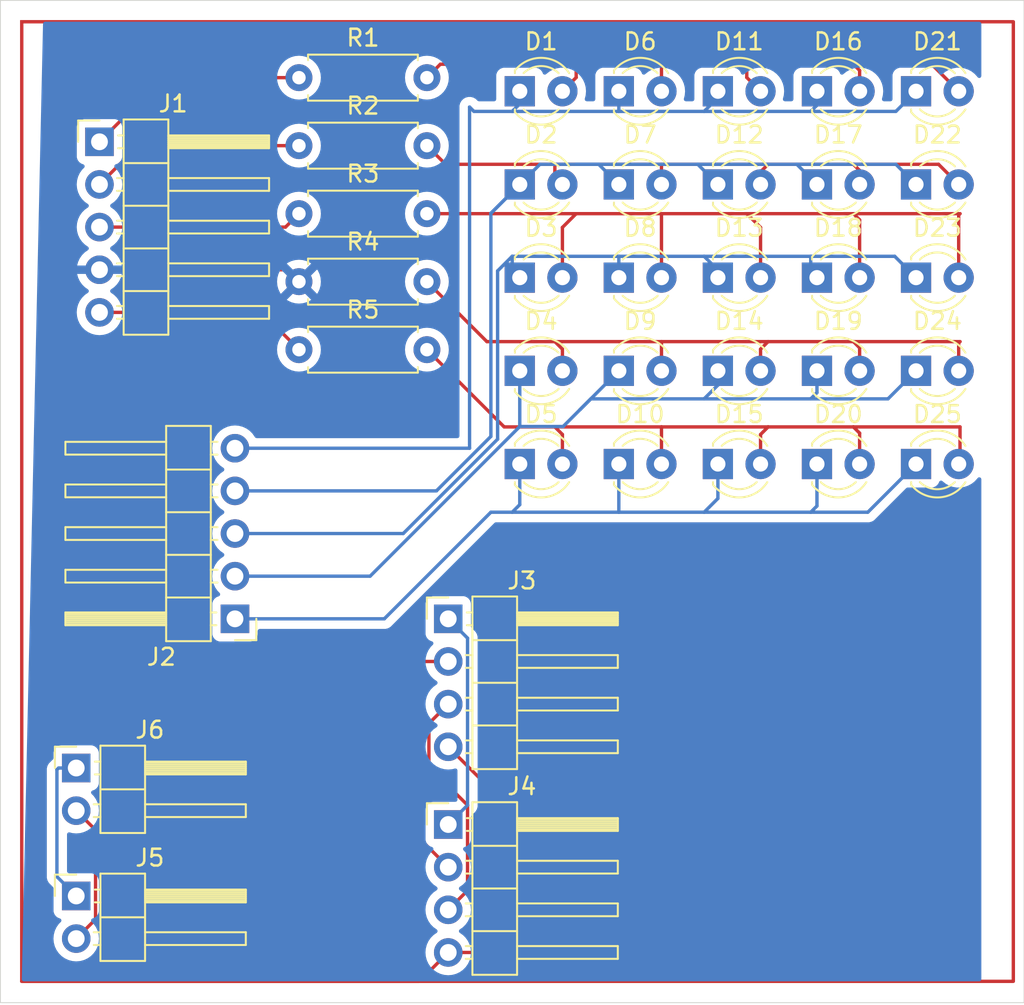
<source format=kicad_pcb>
(kicad_pcb (version 20240108) (generator "pcbnew") (generator_version "8.0")
  (layers (0 "F.Cu" signal) (31 "B.Cu" signal) (34 "B.Paste" user) (35 "F.Paste" user) (36 "B.SilkS" user "B.Silkscreen") (37 "F.SilkS" user "F.Silkscreen") (38 "B.Mask" user) (39 "F.Mask" user) (44 "Edge.Cuts" user))
  (net 0 "")
  (net 1 "Net-(D1-K)")
  (net 2 "Net-(D1-A)")
  (net 3 "Net-(D12-K)")
  (net 4 "Net-(D12-A)")
  (net 5 "Net-(D13-K)")
  (net 6 "Net-(D13-A)")
  (net 7 "Net-(D14-A)")
  (net 8 "Net-(D14-K)")
  (net 9 "Net-(D10-A)")
  (net 10 "Net-(D10-K)")
  (net 11 "Net-(J1-Pin_1)")
  (net 12 "Net-(J1-Pin_4)")
  (net 13 "Net-(J1-Pin_2)")
  (net 14 "Net-(J1-Pin_3)")
  (net 15 "Net-(J1-Pin_5)")
  (net 16 "Net-(J3-Pin_1)")
  (net 17 "Net-(J3-Pin_2)")
  (net 18 "Net-(J3-Pin_3)")
  (net 19 "Net-(J3-Pin_4)")
  (net 20 "Net-(J5-Pin_1)")
  (net 21 "Net-(J5-Pin_2)")
  (footprint "LED_THT:LED_D3.0mm_IRBlack" (layer "F.Cu") (at 51.25 104.47)
    (property "Reference" "D1" (at 1.27 -2.96 0) (layer "F.SilkS"))
    (property "Value" "IR204A")
    (pad "1" thru_hole rect (at 0 0) (size 1.8 1.8) (drill 0.9) (layers "*.Cu" "*.Mask") (net 1 "Net-(D1-K)"))
    (pad "2" thru_hole circle (at 2.54 0) (size 1.8 1.8) (drill 0.9) (layers "*.Cu" "*.Mask") (net 2 "Net-(D1-A)"))
  )
  (footprint "LED_THT:LED_D3.0mm_IRBlack" (layer "F.Cu") (at 63.05 104.47)
    (property "Reference" "D11" (at 1.27 -2.96 0) (layer "F.SilkS"))
    (property "Value" "IR204A")
    (pad "1" thru_hole rect (at 0 0) (size 1.8 1.8) (drill 0.9) (layers "*.Cu" "*.Mask") (net 1 "Net-(D1-K)"))
    (pad "2" thru_hole circle (at 2.54 0) (size 1.8 1.8) (drill 0.9) (layers "*.Cu" "*.Mask") (net 2 "Net-(D1-A)"))
  )
  (footprint "Resistor_THT:R_Axial_DIN0207_L6.3mm_D2.5mm_P7.62mm_Horizontal" (layer "F.Cu") (at 38.1 103.66)
    (property "Reference" "R1" (at 3.81 -2.37 0) (layer "F.SilkS"))
    (property "Value" "R")
    (pad "1" thru_hole circle (at 0 0) (size 1.6 1.6) (drill 0.8) (layers "*.Cu" "*.Mask") (net 11 "Net-(J1-Pin_1)"))
    (pad "2" thru_hole oval (at 7.62 0) (size 1.6 1.6) (drill 0.8) (layers "*.Cu" "*.Mask") (net 2 "Net-(D1-A)"))
  )
  (footprint "LED_THT:LED_D3.0mm_IRBlack" (layer "F.Cu") (at 74.85 104.47)
    (property "Reference" "D21" (at 1.27 -2.96 0) (layer "F.SilkS"))
    (property "Value" "IR204A")
    (pad "1" thru_hole rect (at 0 0) (size 1.8 1.8) (drill 0.9) (layers "*.Cu" "*.Mask") (net 1 "Net-(D1-K)"))
    (pad "2" thru_hole circle (at 2.54 0) (size 1.8 1.8) (drill 0.9) (layers "*.Cu" "*.Mask") (net 2 "Net-(D1-A)"))
  )
  (footprint "LED_THT:LED_D3.0mm_IRBlack" (layer "F.Cu") (at 68.95 104.47)
    (property "Reference" "D16" (at 1.27 -2.96 0) (layer "F.SilkS"))
    (property "Value" "IR204A")
    (pad "1" thru_hole rect (at 0 0) (size 1.8 1.8) (drill 0.9) (layers "*.Cu" "*.Mask") (net 1 "Net-(D1-K)"))
    (pad "2" thru_hole circle (at 2.54 0) (size 1.8 1.8) (drill 0.9) (layers "*.Cu" "*.Mask") (net 2 "Net-(D1-A)"))
  )
  (footprint "LED_THT:LED_D3.0mm_IRBlack" (layer "F.Cu") (at 57.15 121.12)
    (property "Reference" "D9" (at 1.27 -2.96 0) (layer "F.SilkS"))
    (property "Value" "IR204A")
    (pad "1" thru_hole rect (at 0 0) (size 1.8 1.8) (drill 0.9) (layers "*.Cu" "*.Mask") (net 8 "Net-(D14-K)"))
    (pad "2" thru_hole circle (at 2.54 0) (size 1.8 1.8) (drill 0.9) (layers "*.Cu" "*.Mask") (net 7 "Net-(D14-A)"))
  )
  (footprint "LED_THT:LED_D3.0mm_IRBlack" (layer "F.Cu") (at 74.85 115.57)
    (property "Reference" "D23" (at 1.27 -2.96 0) (layer "F.SilkS"))
    (property "Value" "IR204A")
    (pad "1" thru_hole rect (at 0 0) (size 1.8 1.8) (drill 0.9) (layers "*.Cu" "*.Mask") (net 5 "Net-(D13-K)"))
    (pad "2" thru_hole circle (at 2.54 0) (size 1.8 1.8) (drill 0.9) (layers "*.Cu" "*.Mask") (net 6 "Net-(D13-A)"))
  )
  (footprint "LED_THT:LED_D3.0mm_IRBlack" (layer "F.Cu") (at 57.15 126.67)
    (property "Reference" "D10" (at 1.27 -2.96 0) (layer "F.SilkS"))
    (property "Value" "IR204A")
    (pad "1" thru_hole rect (at 0 0) (size 1.8 1.8) (drill 0.9) (layers "*.Cu" "*.Mask") (net 10 "Net-(D10-K)"))
    (pad "2" thru_hole circle (at 2.54 0) (size 1.8 1.8) (drill 0.9) (layers "*.Cu" "*.Mask") (net 9 "Net-(D10-A)"))
  )
  (footprint "LED_THT:LED_D3.0mm_IRBlack" (layer "F.Cu") (at 68.95 126.67)
    (property "Reference" "D20" (at 1.27 -2.96 0) (layer "F.SilkS"))
    (property "Value" "IR204A")
    (pad "1" thru_hole rect (at 0 0) (size 1.8 1.8) (drill 0.9) (layers "*.Cu" "*.Mask") (net 10 "Net-(D10-K)"))
    (pad "2" thru_hole circle (at 2.54 0) (size 1.8 1.8) (drill 0.9) (layers "*.Cu" "*.Mask") (net 9 "Net-(D10-A)"))
  )
  (footprint "LED_THT:LED_D3.0mm_IRBlack" (layer "F.Cu") (at 74.85 110.02)
    (property "Reference" "D22" (at 1.27 -2.96 0) (layer "F.SilkS"))
    (property "Value" "IR204A")
    (pad "1" thru_hole rect (at 0 0) (size 1.8 1.8) (drill 0.9) (layers "*.Cu" "*.Mask") (net 3 "Net-(D12-K)"))
    (pad "2" thru_hole circle (at 2.54 0) (size 1.8 1.8) (drill 0.9) (layers "*.Cu" "*.Mask") (net 4 "Net-(D12-A)"))
  )
  (footprint "LED_THT:LED_D3.0mm_IRBlack" (layer "F.Cu") (at 51.25 121.12)
    (property "Reference" "D4" (at 1.27 -2.96 0) (layer "F.SilkS"))
    (property "Value" "IR204A")
    (pad "1" thru_hole rect (at 0 0) (size 1.8 1.8) (drill 0.9) (layers "*.Cu" "*.Mask") (net 8 "Net-(D14-K)"))
    (pad "2" thru_hole circle (at 2.54 0) (size 1.8 1.8) (drill 0.9) (layers "*.Cu" "*.Mask") (net 7 "Net-(D14-A)"))
  )
  (footprint "LED_THT:LED_D3.0mm_IRBlack" (layer "F.Cu") (at 63.05 110.02)
    (property "Reference" "D12" (at 1.27 -2.96 0) (layer "F.SilkS"))
    (property "Value" "IR204A")
    (pad "1" thru_hole rect (at 0 0) (size 1.8 1.8) (drill 0.9) (layers "*.Cu" "*.Mask") (net 3 "Net-(D12-K)"))
    (pad "2" thru_hole circle (at 2.54 0) (size 1.8 1.8) (drill 0.9) (layers "*.Cu" "*.Mask") (net 4 "Net-(D12-A)"))
  )
  (footprint "Connector_PinHeader_2.54mm:PinHeader_1x02_P2.54mm_Horizontal" (layer "F.Cu") (at 24.835 152.395)
    (property "Reference" "J5" (at 4.385 -2.27 360) (layer "F.SilkS"))
    (property "Value" "Conn_01x02_Pin")
    (pad "1" thru_hole rect (at 0 0) (size 1.7 1.7) (drill 1) (layers "*.Cu" "*.Mask") (net 20 "Net-(J5-Pin_1)"))
    (pad "2" thru_hole oval (at 0 2.54) (size 1.7 1.7) (drill 1) (layers "*.Cu" "*.Mask") (net 21 "Net-(J5-Pin_2)"))
  )
  (footprint "LED_THT:LED_D3.0mm_IRBlack" (layer "F.Cu") (at 68.95 121.12)
    (property "Reference" "D19" (at 1.27 -2.96 0) (layer "F.SilkS"))
    (property "Value" "IR204A")
    (pad "1" thru_hole rect (at 0 0) (size 1.8 1.8) (drill 0.9) (layers "*.Cu" "*.Mask") (net 8 "Net-(D14-K)"))
    (pad "2" thru_hole circle (at 2.54 0) (size 1.8 1.8) (drill 0.9) (layers "*.Cu" "*.Mask") (net 7 "Net-(D14-A)"))
  )
  (footprint "LED_THT:LED_D3.0mm_IRBlack" (layer "F.Cu") (at 57.15 110.02)
    (property "Reference" "D7" (at 1.27 -2.96 0) (layer "F.SilkS"))
    (property "Value" "IR204A")
    (pad "1" thru_hole rect (at 0 0) (size 1.8 1.8) (drill 0.9) (layers "*.Cu" "*.Mask") (net 3 "Net-(D12-K)"))
    (pad "2" thru_hole circle (at 2.54 0) (size 1.8 1.8) (drill 0.9) (layers "*.Cu" "*.Mask") (net 4 "Net-(D12-A)"))
  )
  (footprint "Resistor_THT:R_Axial_DIN0207_L6.3mm_D2.5mm_P7.62mm_Horizontal" (layer "F.Cu") (at 38.1 119.86)
    (property "Reference" "R5" (at 3.81 -2.37 0) (layer "F.SilkS"))
    (property "Value" "R")
    (pad "1" thru_hole circle (at 0 0) (size 1.6 1.6) (drill 0.8) (layers "*.Cu" "*.Mask") (net 15 "Net-(J1-Pin_5)"))
    (pad "2" thru_hole oval (at 7.62 0) (size 1.6 1.6) (drill 0.8) (layers "*.Cu" "*.Mask") (net 9 "Net-(D10-A)"))
  )
  (footprint "Connector_PinHeader_2.54mm:PinHeader_1x04_P2.54mm_Horizontal" (layer "F.Cu") (at 46.99 135.89)
    (property "Reference" "J3" (at 4.385 -2.27 0) (layer "F.SilkS"))
    (property "Value" "Conn_01x04_Pin")
    (pad "1" thru_hole rect (at 0 0) (size 1.7 1.7) (drill 1) (layers "*.Cu" "*.Mask") (net 16 "Net-(J3-Pin_1)"))
    (pad "2" thru_hole oval (at 0 2.54) (size 1.7 1.7) (drill 1) (layers "*.Cu" "*.Mask") (net 17 "Net-(J3-Pin_2)"))
    (pad "3" thru_hole oval (at 0 5.08) (size 1.7 1.7) (drill 1) (layers "*.Cu" "*.Mask") (net 18 "Net-(J3-Pin_3)"))
    (pad "4" thru_hole oval (at 0 7.62) (size 1.7 1.7) (drill 1) (layers "*.Cu" "*.Mask") (net 19 "Net-(J3-Pin_4)"))
  )
  (footprint "LED_THT:LED_D3.0mm_IRBlack" (layer "F.Cu") (at 74.85 121.12)
    (property "Reference" "D24" (at 1.27 -2.96 0) (layer "F.SilkS"))
    (property "Value" "IR204A")
    (pad "1" thru_hole rect (at 0 0) (size 1.8 1.8) (drill 0.9) (layers "*.Cu" "*.Mask") (net 8 "Net-(D14-K)"))
    (pad "2" thru_hole circle (at 2.54 0) (size 1.8 1.8) (drill 0.9) (layers "*.Cu" "*.Mask") (net 7 "Net-(D14-A)"))
  )
  (footprint "LED_THT:LED_D3.0mm_IRBlack" (layer "F.Cu") (at 63.05 115.57)
    (property "Reference" "D13" (at 1.27 -2.96 0) (layer "F.SilkS"))
    (property "Value" "IR204A")
    (pad "1" thru_hole rect (at 0 0) (size 1.8 1.8) (drill 0.9) (layers "*.Cu" "*.Mask") (net 5 "Net-(D13-K)"))
    (pad "2" thru_hole circle (at 2.54 0) (size 1.8 1.8) (drill 0.9) (layers "*.Cu" "*.Mask") (net 6 "Net-(D13-A)"))
  )
  (footprint "LED_THT:LED_D3.0mm_IRBlack" (layer "F.Cu") (at 51.25 126.67)
    (property "Reference" "D5" (at 1.27 -2.96 0) (layer "F.SilkS"))
    (property "Value" "IR204A")
    (pad "1" thru_hole rect (at 0 0) (size 1.8 1.8) (drill 0.9) (layers "*.Cu" "*.Mask") (net 10 "Net-(D10-K)"))
    (pad "2" thru_hole circle (at 2.54 0) (size 1.8 1.8) (drill 0.9) (layers "*.Cu" "*.Mask") (net 9 "Net-(D10-A)"))
  )
  (footprint "Resistor_THT:R_Axial_DIN0207_L6.3mm_D2.5mm_P7.62mm_Horizontal" (layer "F.Cu") (at 38.1 107.71)
    (property "Reference" "R2" (at 3.81 -2.37 0) (layer "F.SilkS"))
    (property "Value" "R")
    (pad "1" thru_hole circle (at 0 0) (size 1.6 1.6) (drill 0.8) (layers "*.Cu" "*.Mask") (net 13 "Net-(J1-Pin_2)"))
    (pad "2" thru_hole oval (at 7.62 0) (size 1.6 1.6) (drill 0.8) (layers "*.Cu" "*.Mask") (net 4 "Net-(D12-A)"))
  )
  (footprint "Connector_PinHeader_2.54mm:PinHeader_1x05_P2.54mm_Horizontal" (layer "F.Cu") (at 26.22 107.48)
    (property "Reference" "J1" (at 4.385 -2.27 0) (layer "F.SilkS"))
    (property "Value" "Conn_01x05_Pin")
    (pad "1" thru_hole rect (at 0 0) (size 1.7 1.7) (drill 1) (layers "*.Cu" "*.Mask") (net 11 "Net-(J1-Pin_1)"))
    (pad "2" thru_hole oval (at 0 2.54) (size 1.7 1.7) (drill 1) (layers "*.Cu" "*.Mask") (net 13 "Net-(J1-Pin_2)"))
    (pad "3" thru_hole oval (at 0 5.08) (size 1.7 1.7) (drill 1) (layers "*.Cu" "*.Mask") (net 14 "Net-(J1-Pin_3)"))
    (pad "4" thru_hole oval (at 0 7.62) (size 1.7 1.7) (drill 1) (layers "*.Cu" "*.Mask") (net 12 "Net-(J1-Pin_4)"))
    (pad "5" thru_hole oval (at 0 10.16) (size 1.7 1.7) (drill 1) (layers "*.Cu" "*.Mask") (net 15 "Net-(J1-Pin_5)"))
  )
  (footprint "LED_THT:LED_D3.0mm_IRBlack" (layer "F.Cu") (at 57.15 104.47)
    (property "Reference" "D6" (at 1.27 -2.96 0) (layer "F.SilkS"))
    (property "Value" "IR204A")
    (pad "1" thru_hole rect (at 0 0) (size 1.8 1.8) (drill 0.9) (layers "*.Cu" "*.Mask") (net 1 "Net-(D1-K)"))
    (pad "2" thru_hole circle (at 2.54 0) (size 1.8 1.8) (drill 0.9) (layers "*.Cu" "*.Mask") (net 2 "Net-(D1-A)"))
  )
  (footprint "LED_THT:LED_D3.0mm_IRBlack" (layer "F.Cu") (at 68.95 110.02)
    (property "Reference" "D17" (at 1.27 -2.96 0) (layer "F.SilkS"))
    (property "Value" "IR204A")
    (pad "1" thru_hole rect (at 0 0) (size 1.8 1.8) (drill 0.9) (layers "*.Cu" "*.Mask") (net 3 "Net-(D12-K)"))
    (pad "2" thru_hole circle (at 2.54 0) (size 1.8 1.8) (drill 0.9) (layers "*.Cu" "*.Mask") (net 4 "Net-(D12-A)"))
  )
  (footprint "LED_THT:LED_D3.0mm_IRBlack" (layer "F.Cu") (at 68.95 115.57)
    (property "Reference" "D18" (at 1.27 -2.96 0) (layer "F.SilkS"))
    (property "Value" "IR204A")
    (pad "1" thru_hole rect (at 0 0) (size 1.8 1.8) (drill 0.9) (layers "*.Cu" "*.Mask") (net 5 "Net-(D13-K)"))
    (pad "2" thru_hole circle (at 2.54 0) (size 1.8 1.8) (drill 0.9) (layers "*.Cu" "*.Mask") (net 6 "Net-(D13-A)"))
  )
  (footprint "LED_THT:LED_D3.0mm_IRBlack" (layer "F.Cu") (at 74.85 126.67)
    (property "Reference" "D25" (at 1.27 -2.96 0) (layer "F.SilkS"))
    (property "Value" "IR204A")
    (pad "1" thru_hole rect (at 0 0) (size 1.8 1.8) (drill 0.9) (layers "*.Cu" "*.Mask") (net 10 "Net-(D10-K)"))
    (pad "2" thru_hole circle (at 2.54 0) (size 1.8 1.8) (drill 0.9) (layers "*.Cu" "*.Mask") (net 9 "Net-(D10-A)"))
  )
  (footprint "LED_THT:LED_D3.0mm_IRBlack" (layer "F.Cu") (at 57.15 115.57)
    (property "Reference" "D8" (at 1.27 -2.96 0) (layer "F.SilkS"))
    (property "Value" "IR204A")
    (pad "1" thru_hole rect (at 0 0) (size 1.8 1.8) (drill 0.9) (layers "*.Cu" "*.Mask") (net 5 "Net-(D13-K)"))
    (pad "2" thru_hole circle (at 2.54 0) (size 1.8 1.8) (drill 0.9) (layers "*.Cu" "*.Mask") (net 6 "Net-(D13-A)"))
  )
  (footprint "LED_THT:LED_D3.0mm_IRBlack" (layer "F.Cu") (at 63.05 121.12)
    (property "Reference" "D14" (at 1.27 -2.96 0) (layer "F.SilkS"))
    (property "Value" "IR204A")
    (pad "1" thru_hole rect (at 0 0) (size 1.8 1.8) (drill 0.9) (layers "*.Cu" "*.Mask") (net 8 "Net-(D14-K)"))
    (pad "2" thru_hole circle (at 2.54 0) (size 1.8 1.8) (drill 0.9) (layers "*.Cu" "*.Mask") (net 7 "Net-(D14-A)"))
  )
  (footprint "Connector_PinHeader_2.54mm:PinHeader_1x02_P2.54mm_Horizontal" (layer "F.Cu") (at 24.835 144.775)
    (property "Reference" "J6" (at 4.385 -2.27 360) (layer "F.SilkS"))
    (property "Value" "Conn_01x02_Pin")
    (pad "1" thru_hole rect (at 0 0) (size 1.7 1.7) (drill 1) (layers "*.Cu" "*.Mask") (net 20 "Net-(J5-Pin_1)"))
    (pad "2" thru_hole oval (at 0 2.54) (size 1.7 1.7) (drill 1) (layers "*.Cu" "*.Mask") (net 21 "Net-(J5-Pin_2)"))
  )
  (footprint "Resistor_THT:R_Axial_DIN0207_L6.3mm_D2.5mm_P7.62mm_Horizontal" (layer "F.Cu") (at 38.1 115.81)
    (property "Reference" "R4" (at 3.81 -2.37 0) (layer "F.SilkS"))
    (property "Value" "R")
    (pad "1" thru_hole circle (at 0 0) (size 1.6 1.6) (drill 0.8) (layers "*.Cu" "*.Mask") (net 12 "Net-(J1-Pin_4)"))
    (pad "2" thru_hole oval (at 7.62 0) (size 1.6 1.6) (drill 0.8) (layers "*.Cu" "*.Mask") (net 7 "Net-(D14-A)"))
  )
  (footprint "Resistor_THT:R_Axial_DIN0207_L6.3mm_D2.5mm_P7.62mm_Horizontal" (layer "F.Cu") (at 38.1 111.76)
    (property "Reference" "R3" (at 3.81 -2.37 0) (layer "F.SilkS"))
    (property "Value" "R")
    (pad "1" thru_hole circle (at 0 0) (size 1.6 1.6) (drill 0.8) (layers "*.Cu" "*.Mask") (net 14 "Net-(J1-Pin_3)"))
    (pad "2" thru_hole oval (at 7.62 0) (size 1.6 1.6) (drill 0.8) (layers "*.Cu" "*.Mask") (net 6 "Net-(D13-A)"))
  )
  (footprint "Connector_PinHeader_2.54mm:PinHeader_1x04_P2.54mm_Horizontal" (layer "F.Cu") (at 46.99 148.14)
    (property "Reference" "J4" (at 4.385 -2.27 0) (layer "F.SilkS"))
    (property "Value" "Conn_01x04_Pin")
    (pad "1" thru_hole rect (at 0 0) (size 1.7 1.7) (drill 1) (layers "*.Cu" "*.Mask") (net 16 "Net-(J3-Pin_1)"))
    (pad "2" thru_hole oval (at 0 2.54) (size 1.7 1.7) (drill 1) (layers "*.Cu" "*.Mask") (net 17 "Net-(J3-Pin_2)"))
    (pad "3" thru_hole oval (at 0 5.08) (size 1.7 1.7) (drill 1) (layers "*.Cu" "*.Mask") (net 18 "Net-(J3-Pin_3)"))
    (pad "4" thru_hole oval (at 0 7.62) (size 1.7 1.7) (drill 1) (layers "*.Cu" "*.Mask") (net 19 "Net-(J3-Pin_4)"))
  )
  (footprint "Connector_PinHeader_2.54mm:PinHeader_1x05_P2.54mm_Horizontal" (layer "F.Cu") (at 34.29 135.89 180)
    (property "Reference" "J2" (at 4.385 -2.27 360) (layer "F.SilkS"))
    (property "Value" "Conn_01x05_Pin")
    (pad "1" thru_hole rect (at 0 0 180) (size 1.7 1.7) (drill 1) (layers "*.Cu" "*.Mask") (net 10 "Net-(D10-K)"))
    (pad "2" thru_hole oval (at 0 2.54 180) (size 1.7 1.7) (drill 1) (layers "*.Cu" "*.Mask") (net 8 "Net-(D14-K)"))
    (pad "3" thru_hole oval (at 0 5.08 180) (size 1.7 1.7) (drill 1) (layers "*.Cu" "*.Mask") (net 5 "Net-(D13-K)"))
    (pad "4" thru_hole oval (at 0 7.62 180) (size 1.7 1.7) (drill 1) (layers "*.Cu" "*.Mask") (net 3 "Net-(D12-K)"))
    (pad "5" thru_hole oval (at 0 10.16 180) (size 1.7 1.7) (drill 1) (layers "*.Cu" "*.Mask") (net 1 "Net-(D1-K)"))
  )
  (footprint "LED_THT:LED_D3.0mm_IRBlack" (layer "F.Cu") (at 51.25 115.57)
    (property "Reference" "D3" (at 1.27 -2.96 0) (layer "F.SilkS"))
    (property "Value" "IR204A")
    (pad "1" thru_hole rect (at 0 0) (size 1.8 1.8) (drill 0.9) (layers "*.Cu" "*.Mask") (net 5 "Net-(D13-K)"))
    (pad "2" thru_hole circle (at 2.54 0) (size 1.8 1.8) (drill 0.9) (layers "*.Cu" "*.Mask") (net 6 "Net-(D13-A)"))
  )
  (footprint "LED_THT:LED_D3.0mm_IRBlack" (layer "F.Cu") (at 63.05 126.67)
    (property "Reference" "D15" (at 1.27 -2.96 0) (layer "F.SilkS"))
    (property "Value" "IR204A")
    (pad "1" thru_hole rect (at 0 0) (size 1.8 1.8) (drill 0.9) (layers "*.Cu" "*.Mask") (net 10 "Net-(D10-K)"))
    (pad "2" thru_hole circle (at 2.54 0) (size 1.8 1.8) (drill 0.9) (layers "*.Cu" "*.Mask") (net 9 "Net-(D10-A)"))
  )
  (footprint "LED_THT:LED_D3.0mm_IRBlack" (layer "F.Cu") (at 51.25 110.02)
    (property "Reference" "D2" (at 1.27 -2.96 0) (layer "F.SilkS"))
    (property "Value" "IR204A")
    (pad "1" thru_hole rect (at 0 0) (size 1.8 1.8) (drill 0.9) (layers "*.Cu" "*.Mask") (net 3 "Net-(D12-K)"))
    (pad "2" thru_hole circle (at 2.54 0) (size 1.8 1.8) (drill 0.9) (layers "*.Cu" "*.Mask") (net 4 "Net-(D12-A)"))
  )
  (gr_rect (start 21.59 100.33) (end 80.645 157.48) (stroke (width 0.2)) (fill none) (layer "F.Cu") (net 19))
  (gr_rect (start 20.32 99.06) (end 81.28 158.75) (stroke (width 0.05)) (fill none) (layer "Edge.Cuts"))
  (segment (start 62.23 105.67) (end 68.58 105.67) (width 0.2) (layer "B.Cu") (net 1))
  (segment (start 57.15 104.47) (end 57.15 105.67) (width 0.2) (layer "B.Cu") (net 1))
  (segment (start 57.15 105.67) (end 62.23 105.67) (width 0.2) (layer "B.Cu") (net 1))
  (segment (start 48.52 105.67) (end 50.8 105.67) (width 0.2) (layer "B.Cu") (net 1))
  (segment (start 73.65 105.67) (end 74.85 104.47) (width 0.2) (layer "B.Cu") (net 1))
  (segment (start 48.26 105.41) (end 48.52 105.67) (width 0.2) (layer "B.Cu") (net 1))
  (segment (start 48.26 125.73) (end 48.26 105.41) (width 0.2) (layer "B.Cu") (net 1))
  (segment (start 68.95 104.47) (end 68.95 105.3) (width 0.2) (layer "B.Cu") (net 1))
  (segment (start 51.25 105.22) (end 50.8 105.67) (width 0.2) (layer "B.Cu") (net 1))
  (segment (start 34.29 125.73) (end 48.26 125.73) (width 0.2) (layer "B.Cu") (net 1))
  (segment (start 68.58 105.67) (end 73.65 105.67) (width 0.2) (layer "B.Cu") (net 1))
  (segment (start 63.05 104.47) (end 63.05 104.85) (width 0.2) (layer "B.Cu") (net 1))
  (segment (start 51.25 104.47) (end 51.25 105.22) (width 0.2) (layer "B.Cu") (net 1))
  (segment (start 63.05 104.85) (end 62.23 105.67) (width 0.2) (layer "B.Cu") (net 1))
  (segment (start 68.95 105.3) (end 68.58 105.67) (width 0.2) (layer "B.Cu") (net 1))
  (segment (start 50.8 105.67) (end 57.15 105.67) (width 0.2) (layer "B.Cu") (net 1))
  (segment (start 65.59 104.47) (end 64.77 103.65) (width 0.2) (layer "F.Cu") (net 2))
  (segment (start 54.61 103.65) (end 54.61 102.860001) (width 0.2) (layer "F.Cu") (net 2))
  (segment (start 45.72 103.66) (end 46.519999 102.860001) (width 0.2) (layer "F.Cu") (net 2))
  (segment (start 59.69 102.860001) (end 64.77 102.860001) (width 0.2) (layer "F.Cu") (net 2))
  (segment (start 71.12 102.860001) (end 75.780001 102.860001) (width 0.2) (layer "F.Cu") (net 2))
  (segment (start 54.61 102.860001) (end 59.69 102.860001) (width 0.2) (layer "F.Cu") (net 2))
  (segment (start 71.49 104.47) (end 71.49 103.230001) (width 0.2) (layer "F.Cu") (net 2))
  (segment (start 59.69 104.47) (end 59.69 102.860001) (width 0.2) (layer "F.Cu") (net 2))
  (segment (start 71.49 103.230001) (end 71.12 102.860001) (width 0.2) (layer "F.Cu") (net 2))
  (segment (start 75.780001 102.860001) (end 77.39 104.47) (width 0.2) (layer "F.Cu") (net 2))
  (segment (start 64.77 103.65) (end 64.77 102.860001) (width 0.2) (layer "F.Cu") (net 2))
  (segment (start 64.77 102.860001) (end 71.12 102.860001) (width 0.2) (layer "F.Cu") (net 2))
  (segment (start 53.79 104.47) (end 54.61 103.65) (width 0.2) (layer "F.Cu") (net 2))
  (segment (start 46.519999 102.860001) (end 54.61 102.860001) (width 0.2) (layer "F.Cu") (net 2))
  (segment (start 55.95 108.82) (end 57.15 110.02) (width 0.2) (layer "B.Cu") (net 3))
  (segment (start 73.65 108.82) (end 74.85 110.02) (width 0.2) (layer "B.Cu") (net 3))
  (segment (start 54.61 108.82) (end 61.85 108.82) (width 0.2) (layer "B.Cu") (net 3))
  (segment (start 49.53 111.74) (end 51.25 110.02) (width 0.2) (layer "B.Cu") (net 3))
  (segment (start 67.75 108.82) (end 73.65 108.82) (width 0.2) (layer "B.Cu") (net 3))
  (segment (start 49.53 111.74) (end 52.45 108.82) (width 0.2) (layer "B.Cu") (net 3))
  (segment (start 61.85 108.82) (end 67.75 108.82) (width 0.2) (layer "B.Cu") (net 3))
  (segment (start 61.85 108.82) (end 63.05 110.02) (width 0.2) (layer "B.Cu") (net 3))
  (segment (start 34.29 128.27) (end 46.285685 128.27) (width 0.2) (layer "B.Cu") (net 3))
  (segment (start 46.285685 128.27) (end 49.53 125.025685) (width 0.2) (layer "B.Cu") (net 3))
  (segment (start 54.61 108.82) (end 55.95 108.82) (width 0.2) (layer "B.Cu") (net 3))
  (segment (start 67.75 108.82) (end 68.95 110.02) (width 0.2) (layer "B.Cu") (net 3))
  (segment (start 52.45 108.82) (end 54.61 108.82) (width 0.2) (layer "B.Cu") (net 3))
  (segment (start 49.53 125.025685) (end 49.53 111.74) (width 0.2) (layer "B.Cu") (net 3))
  (segment (start 76.19 108.82) (end 77.39 110.02) (width 0.2) (layer "F.Cu") (net 4))
  (segment (start 45.72 107.71) (end 46.83 108.82) (width 0.2) (layer "F.Cu") (net 4))
  (segment (start 65.59 109.27) (end 66.04 108.82) (width 0.2) (layer "F.Cu") (net 4))
  (segment (start 65.59 110.02) (end 65.59 109.27) (width 0.2) (layer "F.Cu") (net 4))
  (segment (start 53.79 110.02) (end 53.34 109.57) (width 0.2) (layer "F.Cu") (net 4))
  (segment (start 66.04 108.82) (end 71.12 108.82) (width 0.2) (layer "F.Cu") (net 4))
  (segment (start 71.12 108.82) (end 76.19 108.82) (width 0.2) (layer "F.Cu") (net 4))
  (segment (start 46.83 108.82) (end 53.34 108.82) (width 0.2) (layer "F.Cu") (net 4))
  (segment (start 71.49 109.19) (end 71.12 108.82) (width 0.2) (layer "F.Cu") (net 4))
  (segment (start 59.69 110.02) (end 59.69 108.82) (width 0.2) (layer "F.Cu") (net 4))
  (segment (start 71.49 110.02) (end 71.49 109.19) (width 0.2) (layer "F.Cu") (net 4))
  (segment (start 53.34 108.82) (end 59.69 108.82) (width 0.2) (layer "F.Cu") (net 4))
  (segment (start 59.69 108.82) (end 66.04 108.82) (width 0.2) (layer "F.Cu") (net 4))
  (segment (start 53.34 109.57) (end 53.34 108.82) (width 0.2) (layer "F.Cu") (net 4))
  (segment (start 50.8 115.12) (end 50.8 114.3) (width 0.2) (layer "B.Cu") (net 5))
  (segment (start 63.05 115.12) (end 62.23 114.3) (width 0.2) (layer "B.Cu") (net 5))
  (segment (start 49.93 115.17) (end 50.8 114.3) (width 0.2) (layer "B.Cu") (net 5))
  (segment (start 51.25 115.57) (end 50.8 115.12) (width 0.2) (layer "B.Cu") (net 5))
  (segment (start 68.95 115.57) (end 68.58 115.2) (width 0.2) (layer "B.Cu") (net 5))
  (segment (start 73.58 114.3) (end 74.85 115.57) (width 0.2) (layer "B.Cu") (net 5))
  (segment (start 44.311371 130.81) (end 49.93 125.191371) (width 0.2) (layer "B.Cu") (net 5))
  (segment (start 63.05 115.57) (end 63.05 115.12) (width 0.2) (layer "B.Cu") (net 5))
  (segment (start 34.29 130.81) (end 44.311371 130.81) (width 0.2) (layer "B.Cu") (net 5))
  (segment (start 68.58 114.3) (end 73.58 114.3) (width 0.2) (layer "B.Cu") (net 5))
  (segment (start 62.23 114.3) (end 68.58 114.3) (width 0.2) (layer "B.Cu") (net 5))
  (segment (start 57.15 115.57) (end 57.15 114.3) (width 0.2) (layer "B.Cu") (net 5))
  (segment (start 49.93 125.191371) (end 49.93 115.17) (width 0.2) (layer "B.Cu") (net 5))
  (segment (start 68.58 115.2) (end 68.58 114.3) (width 0.2) (layer "B.Cu") (net 5))
  (segment (start 57.15 114.3) (end 62.23 114.3) (width 0.2) (layer "B.Cu") (net 5))
  (segment (start 50.8 114.3) (end 57.15 114.3) (width 0.2) (layer "B.Cu") (net 5))
  (segment (start 45.72 111.76) (end 54.61 111.76) (width 0.2) (layer "F.Cu") (net 6))
  (segment (start 71.49 112.13) (end 71.12 111.76) (width 0.2) (layer "F.Cu") (net 6))
  (segment (start 64.77 111.76) (end 71.12 111.76) (width 0.2) (layer "F.Cu") (net 6))
  (segment (start 71.49 115.57) (end 71.49 112.13) (width 0.2) (layer "F.Cu") (net 6))
  (segment (start 54.61 111.76) (end 59.69 111.76) (width 0.2) (layer "F.Cu") (net 6))
  (segment (start 53.79 115.57) (end 53.79 112.58) (width 0.2) (layer "F.Cu") (net 6))
  (segment (start 65.59 115.57) (end 65.59 112.58) (width 0.2) (layer "F.Cu") (net 6))
  (segment (start 71.12 111.76) (end 77.47 111.76) (width 0.2) (layer "F.Cu") (net 6))
  (segment (start 77.47 111.76) (end 77.39 111.84) (width 0.2) (layer "F.Cu") (net 6))
  (segment (start 65.59 112.58) (end 64.77 111.76) (width 0.2) (layer "F.Cu") (net 6))
  (segment (start 53.79 112.58) (end 54.61 111.76) (width 0.2) (layer "F.Cu") (net 6))
  (segment (start 77.39 111.84) (end 77.39 115.57) (width 0.2) (layer "F.Cu") (net 6))
  (segment (start 59.69 111.76) (end 64.77 111.76) (width 0.2) (layer "F.Cu") (net 6))
  (segment (start 59.69 115.57) (end 59.69 111.76) (width 0.2) (layer "F.Cu") (net 6))
  (segment (start 71.49 119.75) (end 71.12 119.38) (width 0.2) (layer "F.Cu") (net 7))
  (segment (start 45.72 115.81) (end 49.29 119.38) (width 0.2) (layer "F.Cu") (net 7))
  (segment (start 53.79 121.12) (end 53.79 119.83) (width 0.2) (layer "F.Cu") (net 7))
  (segment (start 65.59 121.12) (end 65.59 119.83) (width 0.2) (layer "F.Cu") (net 7))
  (segment (start 66.04 119.38) (end 71.12 119.38) (width 0.2) (layer "F.Cu") (net 7))
  (segment (start 77.47 119.38) (end 77.39 119.46) (width 0.2) (layer "F.Cu") (net 7))
  (segment (start 49.29 119.38) (end 53.34 119.38) (width 0.2) (layer "F.Cu") (net 7))
  (segment (start 71.12 119.38) (end 77.47 119.38) (width 0.2) (layer "F.Cu") (net 7))
  (segment (start 59.69 121.12) (end 59.69 119.38) (width 0.2) (layer "F.Cu") (net 7))
  (segment (start 77.39 119.46) (end 77.39 121.12) (width 0.2) (layer "F.Cu") (net 7))
  (segment (start 71.49 121.12) (end 71.49 119.75) (width 0.2) (layer "F.Cu") (net 7))
  (segment (start 53.34 119.38) (end 59.69 119.38) (width 0.2) (layer "F.Cu") (net 7))
  (segment (start 59.69 119.38) (end 66.04 119.38) (width 0.2) (layer "F.Cu") (net 7))
  (segment (start 53.79 119.83) (end 53.34 119.38) (width 0.2) (layer "F.Cu") (net 7))
  (segment (start 65.59 119.83) (end 66.04 119.38) (width 0.2) (layer "F.Cu") (net 7))
  (segment (start 53.832943 124.437057) (end 54.845 123.425) (width 0.2) (layer "B.Cu") (net 8))
  (segment (start 68.95 121.12) (end 68.95 122.42) (width 0.2) (layer "B.Cu") (net 8))
  (segment (start 55.48 122.79) (end 62.23 122.79) (width 0.2) (layer "B.Cu") (net 8))
  (segment (start 62.23 122.79) (end 68.58 122.79) (width 0.2) (layer "B.Cu") (net 8))
  (segment (start 34.29 133.35) (end 42.337057 133.35) (width 0.2) (layer "B.Cu") (net 8))
  (segment (start 51.25 124.437057) (end 53.832943 124.437057) (width 0.2) (layer "B.Cu") (net 8))
  (segment (start 63.05 121.12) (end 63.05 121.97) (width 0.2) (layer "B.Cu") (net 8))
  (segment (start 63.05 121.97) (end 62.23 122.79) (width 0.2) (layer "B.Cu") (net 8))
  (segment (start 68.58 122.79) (end 73.18 122.79) (width 0.2) (layer "B.Cu") (net 8))
  (segment (start 73.18 122.79) (end 74.85 121.12) (width 0.2) (layer "B.Cu") (net 8))
  (segment (start 51.25 124.437057) (end 51.25 121.12) (width 0.2) (layer "B.Cu") (net 8))
  (segment (start 42.337057 133.35) (end 51.25 124.437057) (width 0.2) (layer "B.Cu") (net 8))
  (segment (start 54.845 123.425) (end 57.15 121.12) (width 0.2) (layer "B.Cu") (net 8))
  (segment (start 68.95 122.42) (end 68.58 122.79) (width 0.2) (layer "B.Cu") (net 8))
  (segment (start 54.845 123.425) (end 55.48 122.79) (width 0.2) (layer "B.Cu") (net 8))
  (segment (start 53.79 126.67) (end 53.79 124.91) (width 0.2) (layer "F.Cu") (net 9))
  (segment (start 45.72 119.86) (end 50.32 124.46) (width 0.2) (layer "F.Cu") (net 9))
  (segment (start 65.59 124.91) (end 66.04 124.46) (width 0.2) (layer "F.Cu") (net 9))
  (segment (start 71.49 126.67) (end 71.49 124.83) (width 0.2) (layer "F.Cu") (net 9))
  (segment (start 50.32 124.46) (end 53.34 124.46) (width 0.2) (layer "F.Cu") (net 9))
  (segment (start 59.69 126.67) (end 59.69 124.46) (width 0.2) (layer "F.Cu") (net 9))
  (segment (start 71.12 124.46) (end 77.47 124.46) (width 0.2) (layer "F.Cu") (net 9))
  (segment (start 53.34 124.46) (end 59.69 124.46) (width 0.2) (layer "F.Cu") (net 9))
  (segment (start 77.47 126.59) (end 77.39 126.67) (width 0.2) (layer "F.Cu") (net 9))
  (segment (start 65.59 126.67) (end 65.59 124.91) (width 0.2) (layer "F.Cu") (net 9))
  (segment (start 53.79 124.91) (end 53.34 124.46) (width 0.2) (layer "F.Cu") (net 9))
  (segment (start 77.47 124.46) (end 77.47 126.59) (width 0.2) (layer "F.Cu") (net 9))
  (segment (start 66.04 124.46) (end 71.12 124.46) (width 0.2) (layer "F.Cu") (net 9))
  (segment (start 59.69 124.46) (end 66.04 124.46) (width 0.2) (layer "F.Cu") (net 9))
  (segment (start 71.49 124.83) (end 71.12 124.46) (width 0.2) (layer "F.Cu") (net 9))
  (segment (start 68.95 126.67) (end 68.95 129.17) (width 0.2) (layer "B.Cu") (net 10))
  (segment (start 51.25 126.67) (end 51.25 129.09) (width 0.2) (layer "B.Cu") (net 10))
  (segment (start 57.15 126.67) (end 57.15 129.54) (width 0.2) (layer "B.Cu") (net 10))
  (segment (start 49.53 129.54) (end 50.8 129.54) (width 0.2) (layer "B.Cu") (net 10))
  (segment (start 68.95 129.17) (end 68.58 129.54) (width 0.2) (layer "B.Cu") (net 10))
  (segment (start 71.98 129.54) (end 74.85 126.67) (width 0.2) (layer "B.Cu") (net 10))
  (segment (start 50.8 129.54) (end 57.15 129.54) (width 0.2) (layer "B.Cu") (net 10))
  (segment (start 63.05 128.72) (end 62.23 129.54) (width 0.2) (layer "B.Cu") (net 10))
  (segment (start 68.58 129.54) (end 71.98 129.54) (width 0.2) (layer "B.Cu") (net 10))
  (segment (start 43.18 135.89) (end 49.53 129.54) (width 0.2) (layer "B.Cu") (net 10))
  (segment (start 62.23 129.54) (end 68.58 129.54) (width 0.2) (layer "B.Cu") (net 10))
  (segment (start 57.15 129.54) (end 62.23 129.54) (width 0.2) (layer "B.Cu") (net 10))
  (segment (start 51.25 129.09) (end 50.8 129.54) (width 0.2) (layer "B.Cu") (net 10))
  (segment (start 34.29 135.89) (end 43.18 135.89) (width 0.2) (layer "B.Cu") (net 10))
  (segment (start 63.05 126.67) (end 63.05 128.72) (width 0.2) (layer "B.Cu") (net 10))
  (segment (start 30.04 103.66) (end 26.22 107.48) (width 0.2) (layer "F.Cu") (net 11))
  (segment (start 38.1 103.66) (end 30.04 103.66) (width 0.2) (layer "F.Cu") (net 11))
  (segment (start 26.22 115.1) (end 37.39 115.1) (width 0.2) (layer "F.Cu") (net 12))
  (segment (start 37.39 115.1) (end 38.1 115.81) (width 0.2) (layer "F.Cu") (net 12))
  (segment (start 38.1 107.71) (end 28.53 107.71) (width 0.2) (layer "F.Cu") (net 13))
  (segment (start 28.53 107.71) (end 26.22 110.02) (width 0.2) (layer "F.Cu") (net 13))
  (segment (start 26.22 112.56) (end 37.3 112.56) (width 0.2) (layer "F.Cu") (net 14))
  (segment (start 37.3 112.56) (end 38.1 111.76) (width 0.2) (layer "F.Cu") (net 14))
  (segment (start 35.88 117.64) (end 38.1 119.86) (width 0.2) (layer "F.Cu") (net 15))
  (segment (start 26.22 117.64) (end 35.88 117.64) (width 0.2) (layer "F.Cu") (net 15))
  (segment (start 46.99 135.89) (end 48.14 137.04) (width 0.2) (layer "B.Cu") (net 16))
  (segment (start 48.14 137.04) (end 48.14 146.99) (width 0.2) (layer "B.Cu") (net 16))
  (segment (start 48.14 146.99) (end 46.99 148.14) (width 0.2) (layer "B.Cu") (net 16))
  (segment (start 46.99 138.43) (end 41.91 138.43) (width 0.2) (layer "F.Cu") (net 17))
  (segment (start 41.91 138.43) (end 41.91 145.6) (width 0.2) (layer "F.Cu") (net 17))
  (segment (start 41.91 145.6) (end 46.99 150.68) (width 0.2) (layer "F.Cu") (net 17))
  (segment (start 46.99 140.97) (end 45.84 142.12) (width 0.2) (layer "F.Cu") (net 18))
  (segment (start 48.14 152.07) (end 46.99 153.22) (width 0.2) (layer "F.Cu") (net 18))
  (segment (start 48.14 146.99) (end 48.14 152.07) (width 0.2) (layer "F.Cu") (net 18))
  (segment (start 45.84 144.69) (end 48.14 146.99) (width 0.2) (layer "F.Cu") (net 18))
  (segment (start 45.84 142.12) (end 45.84 144.69) (width 0.2) (layer "F.Cu") (net 18))
  (segment (start 52.07 156.21) (end 51.62 155.76) (width 0.2) (layer "F.Cu") (net 19))
  (segment (start 46.99 143.51) (end 52.07 148.59) (width 0.2) (layer "F.Cu") (net 19))
  (segment (start 21.59 157.48) (end 45.27 157.48) (width 0.2) (layer "F.Cu") (net 19))
  (segment (start 51.62 155.76) (end 46.99 155.76) (width 0.2) (layer "F.Cu") (net 19))
  (segment (start 52.07 148.59) (end 52.07 156.21) (width 0.2) (layer "F.Cu") (net 19))
  (segment (start 45.27 157.48) (end 46.99 155.76) (width 0.2) (layer "F.Cu") (net 19))
  (segment (start 23.785 144.775) (end 23.685 144.875) (width 0.2) (layer "B.Cu") (net 20))
  (segment (start 23.685 144.875) (end 23.685 151.245) (width 0.2) (layer "B.Cu") (net 20))
  (segment (start 24.835 144.775) (end 23.785 144.775) (width 0.2) (layer "B.Cu") (net 20))
  (segment (start 23.685 151.245) (end 24.835 152.395) (width 0.2) (layer "B.Cu") (net 20))
  (segment (start 24.835 147.315) (end 25.985 148.465) (width 0.2) (layer "F.Cu") (net 21))
  (segment (start 25.985 148.465) (end 25.985 153.785) (width 0.2) (layer "F.Cu") (net 21))
  (segment (start 25.985 153.785) (end 24.835 154.935) (width 0.2) (layer "F.Cu") (net 21))
  (zone (net 12) (net_name "Net-(J1-Pin_4)") (layer "B.Cu") (priority 1) (connect_pads (clearance 0.5)) (min_thickness 0.25) (fill yes (thermal_gap 0.5) (thermal_bridge_width 0.5))
    (polygon (pts (xy 22.86 100.33) (xy 78.74 100.33) (xy 78.74 157.48) (xy 21.59 157.48)))
  )
)
</source>
